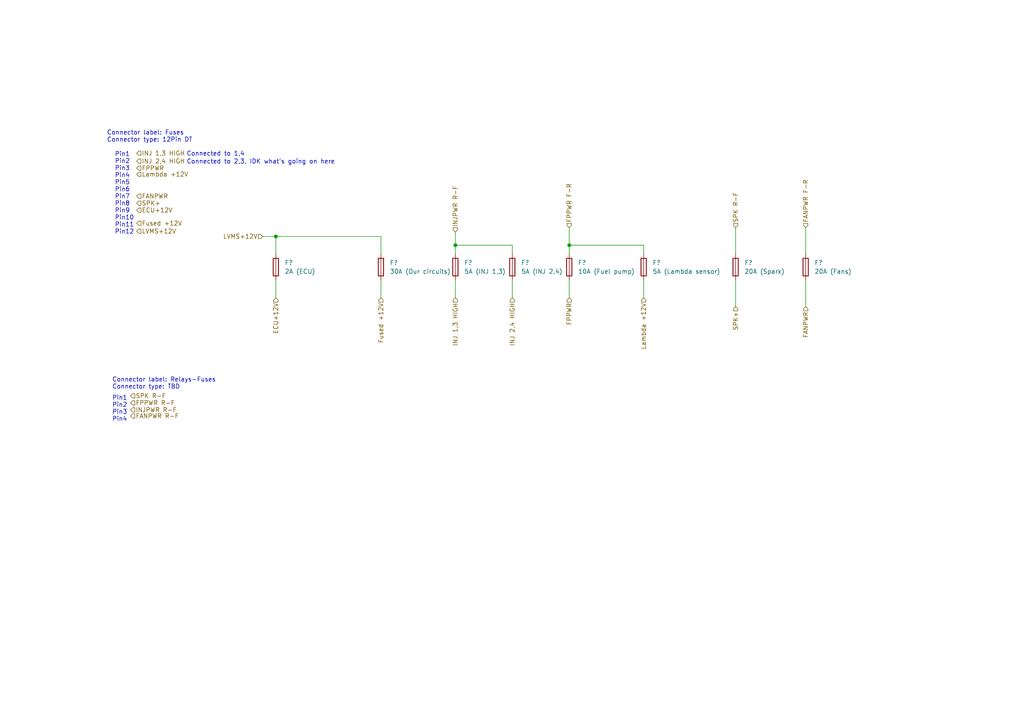
<source format=kicad_sch>
(kicad_sch (version 20230121) (generator eeschema)
  (paper "A4")
  (lib_symbols
    (symbol "Device:Fuse" (pin_numbers hide) (pin_names (offset 0))
      (property "Reference" "F" (at 2.032 0 90))
      (property "Value" "Fuse" (at -1.905 0 90))
      (symbol "Fuse_0_1"
        (rectangle (start -0.762 -2.54) (end 0.762 2.54) (stroke (width 0.254)))
        (polyline (pts (xy 0 2.54) (xy 0 -2.54)))
      )
      (symbol "Fuse_1_1"
        (pin passive line (at 0 3.81 270) (length 1.27) (name "~") (number "1"))
        (pin passive line (at 0 -3.81 90) (length 1.27) (name "~") (number "2"))
      )
    )
  )
  (junction (at 132.08 71.12))
  (junction (at 80.01 68.58))
  (junction (at 165.1 71.12))
  (wire (pts (xy 148.59 71.12) (xy 132.08 71.12)))
  (wire (pts (xy 233.68 81.28) (xy 233.68 88.9)))
  (wire (pts (xy 213.36 66.04) (xy 213.36 73.66)))
  (wire (pts (xy 80.01 68.58) (xy 80.01 73.66)))
  (wire (pts (xy 110.49 73.66) (xy 110.49 68.58)))
  (wire (pts (xy 80.01 81.28) (xy 80.01 86.36)))
  (wire (pts (xy 110.49 81.28) (xy 110.49 86.36)))
  (wire (pts (xy 186.69 81.28) (xy 186.69 86.36)))
  (wire (pts (xy 80.01 68.58) (xy 76.2 68.58)))
  (wire (pts (xy 186.69 71.12) (xy 165.1 71.12)))
  (wire (pts (xy 148.59 73.66) (xy 148.59 71.12)))
  (wire (pts (xy 165.1 81.28) (xy 165.1 86.36)))
  (wire (pts (xy 132.08 81.28) (xy 132.08 86.36)))
  (wire (pts (xy 186.69 73.66) (xy 186.69 71.12)))
  (wire (pts (xy 80.01 68.58) (xy 110.49 68.58)))
  (wire (pts (xy 165.1 66.04) (xy 165.1 71.12)))
  (wire (pts (xy 132.08 67.31) (xy 132.08 71.12)))
  (wire (pts (xy 132.08 71.12) (xy 132.08 73.66)))
  (wire (pts (xy 165.1 71.12) (xy 165.1 73.66)))
  (wire (pts (xy 233.68 66.04) (xy 233.68 73.66)))
  (wire (pts (xy 148.59 81.28) (xy 148.59 86.36)))
  (wire (pts (xy 213.36 81.28) (xy 213.36 88.9)))
  (text "Connected to 1,4\n" (at 54.102 45.466 0) (effects (font (size 1.27 1.27)) (justify left bottom)))
  (text "Pin1\nPin2\nPin3\nPin4\nPin5\nPin6\nPin7\nPin8\nPin9\nPin10\nPin11\nPin12" (at 33.274 68.072 0) (effects (font (size 1.27 1.27)) (justify left bottom)))
  (text "Pin1\nPin2\nPin3\nPin4\n\n\n" (at 32.512 126.492 0) (effects (font (size 1.27 1.27)) (justify left bottom)))
  (text "Connector label: Fuses\nConnector type: 12Pin DT\n" (at 30.988 41.402 0) (effects (font (size 1.27 1.27)) (justify left bottom)))
  (text "Connector label: Relays-Fuses\nConnector type: TBD\n" (at 32.512 113.03 0) (effects (font (size 1.27 1.27)) (justify left bottom)))
  (text "Connected to 2,3, IDK what's going on here\n" (at 54.102 47.752 0) (effects (font (size 1.27 1.27)) (justify left bottom)))
  (hierarchical_label "INJPWR R-F" (shape input) (at 132.08 67.31 90))
  (hierarchical_label "ECU+12V" (shape input) (at 39.624 60.96 0))
  (hierarchical_label "FANPWR" (shape input) (at 39.624 56.896 0))
  (hierarchical_label "FANPWR F-R" (shape input) (at 233.68 66.04 90))
  (hierarchical_label "INJ 2,4 HIGH" (shape input) (at 39.624 46.736 0))
  (hierarchical_label "INJ 2,4 HIGH" (shape input) (at 148.59 86.36 270))
  (hierarchical_label "FANPWR" (shape input) (at 233.68 88.9 270))
  (hierarchical_label "FPPWR" (shape input) (at 165.1 86.36 270))
  (hierarchical_label "LVMS+12V" (shape input) (at 76.2 68.58 180))
  (hierarchical_label "SPK R-F" (shape input) (at 37.846 114.808 0))
  (hierarchical_label "LVMS+12V" (shape input) (at 39.624 67.056 0))
  (hierarchical_label "Lambda +12V" (shape input) (at 186.69 86.36 270))
  (hierarchical_label "SPK+" (shape input) (at 39.624 58.928 0))
  (hierarchical_label "INJPWR R-F" (shape input) (at 37.846 118.872 0))
  (hierarchical_label "Fused +12V" (shape input) (at 110.49 86.36 270))
  (hierarchical_label "INJ 1,3 HIGH" (shape input) (at 39.624 44.45 0))
  (hierarchical_label "SPK R-F" (shape input) (at 213.36 66.04 90))
  (hierarchical_label "SPK+" (shape input) (at 213.36 88.9 270))
  (hierarchical_label "INJ 1,3 HIGH" (shape input) (at 132.08 86.36 270))
  (hierarchical_label "FPPWR R-F" (shape input) (at 37.846 116.84 0))
  (hierarchical_label "ECU+12V" (shape input) (at 80.01 86.36 270))
  (hierarchical_label "Fused +12V" (shape input) (at 39.624 64.77 0))
  (hierarchical_label "FANPWR R-F" (shape input) (at 37.846 120.65 0))
  (hierarchical_label "FPPWR" (shape input) (at 39.624 48.768 0))
  (hierarchical_label "FPPWR F-R" (shape input) (at 165.1 66.04 90))
  (hierarchical_label "Lambda +12V" (shape input) (at 39.624 50.546 0))
  (symbol (lib_id "Device:Fuse") (at 186.69 77.47 0) (unit 1)
    (property "Reference" "F?" (at 189.23 76.1999 0) (effects (justify left)))
    (property "Value" "5A (Lambda sensor)" (at 189.23 78.7399 0) (effects (justify left)))
  )
  (symbol (lib_id "Device:Fuse") (at 233.68 77.47 0) (unit 1)
    (property "Reference" "F?" (at 236.22 76.1999 0) (effects (justify left)))
    (property "Value" "20A (Fans)" (at 236.22 78.7399 0) (effects (justify left)))
  )
  (symbol (lib_id "Device:Fuse") (at 148.59 77.47 0) (unit 1)
    (property "Reference" "F?" (at 151.13 76.1999 0) (effects (justify left)))
    (property "Value" "5A (INJ 2,4)" (at 151.13 78.7399 0) (effects (justify left)))
  )
  (symbol (lib_id "Device:Fuse") (at 80.01 77.47 0) (unit 1)
    (property "Reference" "F?" (at 82.55 76.1999 0) (effects (justify left)))
    (property "Value" "2A (ECU)" (at 82.55 78.7399 0) (effects (justify left)))
  )
  (symbol (lib_id "Device:Fuse") (at 132.08 77.47 0) (unit 1)
    (property "Reference" "F?" (at 134.62 76.1999 0) (effects (justify left)))
    (property "Value" "5A (INJ 1,3)" (at 134.62 78.7399 0) (effects (justify left)))
  )
  (symbol (lib_id "Device:Fuse") (at 213.36 77.47 0) (unit 1)
    (property "Reference" "F?" (at 215.9 76.1999 0) (effects (justify left)))
    (property "Value" "20A (Spark)" (at 215.9 78.7399 0) (effects (justify left)))
  )
  (symbol (lib_id "Device:Fuse") (at 110.49 77.47 180) (unit 1)
    (property "Reference" "F?" (at 113.03 76.1999 0) (effects (justify right)))
    (property "Value" "30A (Our circuits)" (at 113.03 78.7399 0) (effects (justify right)))
  )
  (symbol (lib_id "Device:Fuse") (at 165.1 77.47 0) (unit 1)
    (property "Reference" "F?" (at 167.64 76.1999 0) (effects (justify left)))
    (property "Value" "10A (Fuel pump)" (at 167.64 78.7399 0) (effects (justify left)))
  )
)
</source>
